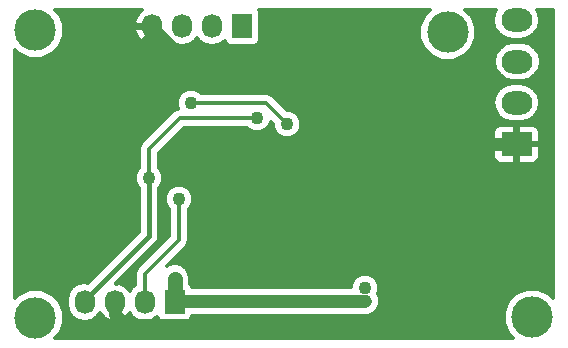
<source format=gbr>
G04 #@! TF.FileFunction,Copper,L2,Bot,Signal*
%FSLAX46Y46*%
G04 Gerber Fmt 4.6, Leading zero omitted, Abs format (unit mm)*
G04 Created by KiCad (PCBNEW 4.0.2-stable) date 7/4/2016 11:44:18 PM*
%MOMM*%
G01*
G04 APERTURE LIST*
%ADD10C,0.100000*%
%ADD11C,3.500000*%
%ADD12R,1.727200X2.032000*%
%ADD13O,1.727200X2.032000*%
%ADD14R,2.600000X2.000000*%
%ADD15O,2.600000X2.000000*%
%ADD16C,1.100000*%
%ADD17C,1.100000*%
%ADD18C,1.300000*%
%ADD19C,0.350000*%
%ADD20C,0.400000*%
%ADD21C,0.300000*%
G04 APERTURE END LIST*
D10*
D11*
X165100000Y-73152000D03*
X172267880Y-97289620D03*
X130200400Y-97320100D03*
D12*
X147701000Y-72656700D03*
D13*
X145161000Y-72656700D03*
X142621000Y-72656700D03*
X140081000Y-72656700D03*
D12*
X141986000Y-95999300D03*
D13*
X139446000Y-95999300D03*
X136906000Y-95999300D03*
X134366000Y-95999300D03*
D11*
X130200400Y-72976740D03*
D14*
X170932000Y-82636000D03*
D15*
X170942000Y-79136000D03*
X171012000Y-75636000D03*
X170932000Y-72136000D03*
D16*
X151231600Y-97993200D03*
X146050000Y-97955100D03*
X159918400Y-97967800D03*
X162204400Y-97993200D03*
X161086800Y-97967800D03*
X153035000Y-75628500D03*
X153035000Y-77127100D03*
X159943800Y-77076300D03*
X159931400Y-75628500D03*
X149987000Y-97955100D03*
X147447000Y-97955100D03*
X134353300Y-86791800D03*
X134289800Y-89141300D03*
X134315200Y-87922100D03*
X134340600Y-79340700D03*
X141996160Y-94025720D03*
X158089600Y-94792800D03*
X158140400Y-95935800D03*
X151511000Y-80937100D03*
X143383000Y-79159100D03*
X142367000Y-87287100D03*
X148971000Y-80429100D03*
X139827000Y-85509100D03*
D17*
X159943800Y-77076300D02*
X159943800Y-77854117D01*
X159943800Y-77854117D02*
X164725683Y-82636000D01*
X164725683Y-82636000D02*
X168532000Y-82636000D01*
X168532000Y-82636000D02*
X170932000Y-82636000D01*
X161086800Y-97967800D02*
X162179000Y-97967800D01*
X162179000Y-97967800D02*
X162204400Y-97993200D01*
X150777517Y-97967800D02*
X161086800Y-97967800D01*
X149987000Y-97955100D02*
X150764817Y-97955100D01*
X150764817Y-97955100D02*
X150777517Y-97967800D01*
X153035000Y-75628500D02*
X159931400Y-75628500D01*
X142900400Y-75628500D02*
X153035000Y-75628500D01*
X140081000Y-72809100D02*
X142900400Y-75628500D01*
X147447000Y-97955100D02*
X149987000Y-97955100D01*
X137795000Y-97955100D02*
X147447000Y-97955100D01*
X136906000Y-95999300D02*
X136906000Y-97066100D01*
X136906000Y-97066100D02*
X137795000Y-97955100D01*
X134289800Y-89141300D02*
X134289800Y-87947500D01*
X134289800Y-87947500D02*
X134315200Y-87922100D01*
X134340600Y-79340700D02*
X134340600Y-87896700D01*
X134340600Y-87896700D02*
X134315200Y-87922100D01*
X140081000Y-72656700D02*
X140081000Y-73600300D01*
X140081000Y-73600300D02*
X134340600Y-79340700D01*
X140081000Y-72656700D02*
X140081000Y-72809100D01*
D18*
X141996160Y-94025720D02*
X141996160Y-95989140D01*
X141996160Y-95989140D02*
X141986000Y-95999300D01*
D17*
X158140400Y-95935800D02*
X142049500Y-95935800D01*
X142049500Y-95935800D02*
X141986000Y-95999300D01*
X142062200Y-96075500D02*
X141986000Y-95999300D01*
D19*
X143383000Y-79159100D02*
X149733000Y-79159100D01*
X149733000Y-79159100D02*
X151511000Y-80937100D01*
X142367000Y-90716100D02*
X139446000Y-93637100D01*
X139446000Y-93637100D02*
X139446000Y-95999300D01*
X142367000Y-87287100D02*
X142367000Y-90716100D01*
X148971000Y-80429100D02*
X142455900Y-80429100D01*
X142455900Y-80429100D02*
X139827000Y-83058000D01*
X139827000Y-83058000D02*
X139827000Y-85509100D01*
D17*
X134366000Y-95999300D02*
X134366000Y-95846900D01*
D20*
X134366000Y-95846900D02*
X139827000Y-90385900D01*
X139827000Y-90385900D02*
X139827000Y-85509100D01*
D21*
G36*
X139146500Y-71300413D02*
X138756927Y-71749671D01*
X138568932Y-72313815D01*
X138722250Y-72552700D01*
X139977000Y-72552700D01*
X139977000Y-72532700D01*
X140185000Y-72532700D01*
X140185000Y-72552700D01*
X140205000Y-72552700D01*
X140205000Y-72760700D01*
X140185000Y-72760700D01*
X140185000Y-74162209D01*
X140421194Y-74292183D01*
X140483658Y-74278964D01*
X141015500Y-74012987D01*
X141350508Y-73626653D01*
X141545066Y-73917830D01*
X142038709Y-74247671D01*
X142621000Y-74363496D01*
X143203291Y-74247671D01*
X143696934Y-73917830D01*
X143891000Y-73627389D01*
X144085066Y-73917830D01*
X144578709Y-74247671D01*
X145161000Y-74363496D01*
X145743291Y-74247671D01*
X146220352Y-73928910D01*
X146356501Y-74140492D01*
X146576386Y-74290733D01*
X146837400Y-74343590D01*
X148564600Y-74343590D01*
X148808440Y-74297708D01*
X149032392Y-74153599D01*
X149182633Y-73933714D01*
X149235490Y-73672700D01*
X149235490Y-71640700D01*
X149189608Y-71396860D01*
X149099032Y-71256100D01*
X163590809Y-71256100D01*
X163059787Y-71786196D01*
X162692418Y-72670918D01*
X162691582Y-73628880D01*
X163057406Y-74514241D01*
X163734196Y-75192213D01*
X164618918Y-75559582D01*
X165576880Y-75560418D01*
X166462241Y-75194594D01*
X167140213Y-74517804D01*
X167507582Y-73633082D01*
X167508418Y-72675120D01*
X167142594Y-71789759D01*
X166609865Y-71256100D01*
X169225827Y-71256100D01*
X169061849Y-71501511D01*
X168935641Y-72136000D01*
X169061849Y-72770489D01*
X169421258Y-73308383D01*
X169959152Y-73667792D01*
X170593641Y-73794000D01*
X171270359Y-73794000D01*
X171904848Y-73667792D01*
X172442742Y-73308383D01*
X172802151Y-72770489D01*
X172928359Y-72136000D01*
X172802151Y-71501511D01*
X172638173Y-71256100D01*
X174031700Y-71256100D01*
X174031700Y-95648118D01*
X173633684Y-95249407D01*
X172748962Y-94882038D01*
X171791000Y-94881202D01*
X170905639Y-95247026D01*
X170227667Y-95923816D01*
X169860298Y-96808538D01*
X169859462Y-97766500D01*
X170225286Y-98651861D01*
X170610951Y-99038200D01*
X131887702Y-99038200D01*
X132240613Y-98685904D01*
X132607982Y-97801182D01*
X132608818Y-96843220D01*
X132242994Y-95957859D01*
X132099490Y-95814104D01*
X132844400Y-95814104D01*
X132844400Y-96184496D01*
X132960225Y-96766787D01*
X133290066Y-97260430D01*
X133783709Y-97590271D01*
X134366000Y-97706096D01*
X134948291Y-97590271D01*
X135441934Y-97260430D01*
X135636492Y-96969253D01*
X135971500Y-97355587D01*
X136503342Y-97621564D01*
X136565806Y-97634783D01*
X136802000Y-97504809D01*
X136802000Y-96103300D01*
X136782000Y-96103300D01*
X136782000Y-95895300D01*
X136802000Y-95895300D01*
X136802000Y-95875300D01*
X137010000Y-95875300D01*
X137010000Y-95895300D01*
X137030000Y-95895300D01*
X137030000Y-96103300D01*
X137010000Y-96103300D01*
X137010000Y-97504809D01*
X137246194Y-97634783D01*
X137308658Y-97621564D01*
X137840500Y-97355587D01*
X138175508Y-96969253D01*
X138370066Y-97260430D01*
X138863709Y-97590271D01*
X139446000Y-97706096D01*
X140028291Y-97590271D01*
X140505352Y-97271510D01*
X140641501Y-97483092D01*
X140861386Y-97633333D01*
X141122400Y-97686190D01*
X142849600Y-97686190D01*
X143093440Y-97640308D01*
X143317392Y-97496199D01*
X143467633Y-97276314D01*
X143494468Y-97143800D01*
X158139919Y-97143800D01*
X158379632Y-97144009D01*
X158823783Y-96960490D01*
X159163895Y-96620970D01*
X159348190Y-96177140D01*
X159348609Y-95696568D01*
X159185870Y-95302709D01*
X159297390Y-95034140D01*
X159297809Y-94553568D01*
X159114290Y-94109417D01*
X158774770Y-93769305D01*
X158330940Y-93585010D01*
X157850368Y-93584591D01*
X157406217Y-93768110D01*
X157066105Y-94107630D01*
X156881810Y-94551460D01*
X156881656Y-94727800D01*
X143467105Y-94727800D01*
X143330499Y-94515508D01*
X143304160Y-94497511D01*
X143304160Y-94025720D01*
X143204594Y-93525170D01*
X142921056Y-93100824D01*
X142496710Y-92817286D01*
X141996160Y-92717720D01*
X141495610Y-92817286D01*
X141339636Y-92921504D01*
X142956020Y-91305120D01*
X143136592Y-91034876D01*
X143200000Y-90716100D01*
X143200000Y-88162433D01*
X143390495Y-87972270D01*
X143574790Y-87528440D01*
X143575209Y-87047868D01*
X143391690Y-86603717D01*
X143052170Y-86263605D01*
X142608340Y-86079310D01*
X142127768Y-86078891D01*
X141683617Y-86262410D01*
X141343505Y-86601930D01*
X141159210Y-87045760D01*
X141158791Y-87526332D01*
X141342310Y-87970483D01*
X141534000Y-88162507D01*
X141534000Y-90371060D01*
X138856980Y-93048080D01*
X138676408Y-93318324D01*
X138676408Y-93318325D01*
X138613000Y-93637100D01*
X138613000Y-94575847D01*
X138370066Y-94738170D01*
X138175508Y-95029347D01*
X137840500Y-94643013D01*
X137308658Y-94377036D01*
X137246194Y-94363817D01*
X137010002Y-94493790D01*
X137010002Y-94416294D01*
X140433695Y-90992600D01*
X140433698Y-90992598D01*
X140619689Y-90714242D01*
X140685000Y-90385900D01*
X140685000Y-86359477D01*
X140850495Y-86194270D01*
X141034790Y-85750440D01*
X141035209Y-85269868D01*
X140851690Y-84825717D01*
X140660000Y-84633693D01*
X140660000Y-83403040D01*
X141158540Y-82904500D01*
X168974000Y-82904500D01*
X168974000Y-83766884D01*
X169074174Y-84008727D01*
X169259273Y-84193825D01*
X169501115Y-84294000D01*
X170663500Y-84294000D01*
X170828000Y-84129500D01*
X170828000Y-82740000D01*
X171036000Y-82740000D01*
X171036000Y-84129500D01*
X171200500Y-84294000D01*
X172362885Y-84294000D01*
X172604727Y-84193825D01*
X172789826Y-84008727D01*
X172890000Y-83766884D01*
X172890000Y-82904500D01*
X172725500Y-82740000D01*
X171036000Y-82740000D01*
X170828000Y-82740000D01*
X169138500Y-82740000D01*
X168974000Y-82904500D01*
X141158540Y-82904500D01*
X142800940Y-81262100D01*
X148095667Y-81262100D01*
X148285830Y-81452595D01*
X148729660Y-81636890D01*
X149210232Y-81637309D01*
X149654383Y-81453790D01*
X149994495Y-81114270D01*
X150145785Y-80749925D01*
X150303026Y-80907166D01*
X150302791Y-81176332D01*
X150486310Y-81620483D01*
X150825830Y-81960595D01*
X151269660Y-82144890D01*
X151750232Y-82145309D01*
X152194383Y-81961790D01*
X152534495Y-81622270D01*
X152583141Y-81505116D01*
X168974000Y-81505116D01*
X168974000Y-82367500D01*
X169138500Y-82532000D01*
X170828000Y-82532000D01*
X170828000Y-81142500D01*
X171036000Y-81142500D01*
X171036000Y-82532000D01*
X172725500Y-82532000D01*
X172890000Y-82367500D01*
X172890000Y-81505116D01*
X172789826Y-81263273D01*
X172604727Y-81078175D01*
X172362885Y-80978000D01*
X171200500Y-80978000D01*
X171036000Y-81142500D01*
X170828000Y-81142500D01*
X170663500Y-80978000D01*
X169501115Y-80978000D01*
X169259273Y-81078175D01*
X169074174Y-81263273D01*
X168974000Y-81505116D01*
X152583141Y-81505116D01*
X152718790Y-81178440D01*
X152719209Y-80697868D01*
X152535690Y-80253717D01*
X152196170Y-79913605D01*
X151752340Y-79729310D01*
X151481013Y-79729073D01*
X150887940Y-79136000D01*
X168945641Y-79136000D01*
X169071849Y-79770489D01*
X169431258Y-80308383D01*
X169969152Y-80667792D01*
X170603641Y-80794000D01*
X171280359Y-80794000D01*
X171914848Y-80667792D01*
X172452742Y-80308383D01*
X172812151Y-79770489D01*
X172938359Y-79136000D01*
X172812151Y-78501511D01*
X172452742Y-77963617D01*
X171914848Y-77604208D01*
X171280359Y-77478000D01*
X170603641Y-77478000D01*
X169969152Y-77604208D01*
X169431258Y-77963617D01*
X169071849Y-78501511D01*
X168945641Y-79136000D01*
X150887940Y-79136000D01*
X150322020Y-78570080D01*
X150051776Y-78389508D01*
X149733000Y-78326100D01*
X144258333Y-78326100D01*
X144068170Y-78135605D01*
X143624340Y-77951310D01*
X143143768Y-77950891D01*
X142699617Y-78134410D01*
X142359505Y-78473930D01*
X142175210Y-78917760D01*
X142174791Y-79398332D01*
X142271650Y-79632749D01*
X142137124Y-79659508D01*
X141866880Y-79840080D01*
X139237980Y-82468980D01*
X139057408Y-82739224D01*
X139057408Y-82739225D01*
X138994000Y-83058000D01*
X138994000Y-84633767D01*
X138803505Y-84823930D01*
X138619210Y-85267760D01*
X138618791Y-85748332D01*
X138802310Y-86192483D01*
X138969000Y-86359464D01*
X138969000Y-90030505D01*
X134650425Y-94349080D01*
X134366000Y-94292504D01*
X133783709Y-94408329D01*
X133290066Y-94738170D01*
X132960225Y-95231813D01*
X132844400Y-95814104D01*
X132099490Y-95814104D01*
X131566204Y-95279887D01*
X130681482Y-94912518D01*
X129723520Y-94911682D01*
X128838159Y-95277506D01*
X128495000Y-95620067D01*
X128495000Y-75636000D01*
X169015641Y-75636000D01*
X169141849Y-76270489D01*
X169501258Y-76808383D01*
X170039152Y-77167792D01*
X170673641Y-77294000D01*
X171350359Y-77294000D01*
X171984848Y-77167792D01*
X172522742Y-76808383D01*
X172882151Y-76270489D01*
X173008359Y-75636000D01*
X172882151Y-75001511D01*
X172522742Y-74463617D01*
X171984848Y-74104208D01*
X171350359Y-73978000D01*
X170673641Y-73978000D01*
X170039152Y-74104208D01*
X169501258Y-74463617D01*
X169141849Y-75001511D01*
X169015641Y-75636000D01*
X128495000Y-75636000D01*
X128495000Y-74676764D01*
X128834596Y-75016953D01*
X129719318Y-75384322D01*
X130677280Y-75385158D01*
X131562641Y-75019334D01*
X132240613Y-74342544D01*
X132607982Y-73457822D01*
X132608381Y-72999585D01*
X138568932Y-72999585D01*
X138756927Y-73563729D01*
X139146500Y-74012987D01*
X139678342Y-74278964D01*
X139740806Y-74292183D01*
X139977000Y-74162209D01*
X139977000Y-72760700D01*
X138722250Y-72760700D01*
X138568932Y-72999585D01*
X132608381Y-72999585D01*
X132608818Y-72499860D01*
X132242994Y-71614499D01*
X131885220Y-71256100D01*
X139235107Y-71256100D01*
X139146500Y-71300413D01*
X139146500Y-71300413D01*
G37*
X139146500Y-71300413D02*
X138756927Y-71749671D01*
X138568932Y-72313815D01*
X138722250Y-72552700D01*
X139977000Y-72552700D01*
X139977000Y-72532700D01*
X140185000Y-72532700D01*
X140185000Y-72552700D01*
X140205000Y-72552700D01*
X140205000Y-72760700D01*
X140185000Y-72760700D01*
X140185000Y-74162209D01*
X140421194Y-74292183D01*
X140483658Y-74278964D01*
X141015500Y-74012987D01*
X141350508Y-73626653D01*
X141545066Y-73917830D01*
X142038709Y-74247671D01*
X142621000Y-74363496D01*
X143203291Y-74247671D01*
X143696934Y-73917830D01*
X143891000Y-73627389D01*
X144085066Y-73917830D01*
X144578709Y-74247671D01*
X145161000Y-74363496D01*
X145743291Y-74247671D01*
X146220352Y-73928910D01*
X146356501Y-74140492D01*
X146576386Y-74290733D01*
X146837400Y-74343590D01*
X148564600Y-74343590D01*
X148808440Y-74297708D01*
X149032392Y-74153599D01*
X149182633Y-73933714D01*
X149235490Y-73672700D01*
X149235490Y-71640700D01*
X149189608Y-71396860D01*
X149099032Y-71256100D01*
X163590809Y-71256100D01*
X163059787Y-71786196D01*
X162692418Y-72670918D01*
X162691582Y-73628880D01*
X163057406Y-74514241D01*
X163734196Y-75192213D01*
X164618918Y-75559582D01*
X165576880Y-75560418D01*
X166462241Y-75194594D01*
X167140213Y-74517804D01*
X167507582Y-73633082D01*
X167508418Y-72675120D01*
X167142594Y-71789759D01*
X166609865Y-71256100D01*
X169225827Y-71256100D01*
X169061849Y-71501511D01*
X168935641Y-72136000D01*
X169061849Y-72770489D01*
X169421258Y-73308383D01*
X169959152Y-73667792D01*
X170593641Y-73794000D01*
X171270359Y-73794000D01*
X171904848Y-73667792D01*
X172442742Y-73308383D01*
X172802151Y-72770489D01*
X172928359Y-72136000D01*
X172802151Y-71501511D01*
X172638173Y-71256100D01*
X174031700Y-71256100D01*
X174031700Y-95648118D01*
X173633684Y-95249407D01*
X172748962Y-94882038D01*
X171791000Y-94881202D01*
X170905639Y-95247026D01*
X170227667Y-95923816D01*
X169860298Y-96808538D01*
X169859462Y-97766500D01*
X170225286Y-98651861D01*
X170610951Y-99038200D01*
X131887702Y-99038200D01*
X132240613Y-98685904D01*
X132607982Y-97801182D01*
X132608818Y-96843220D01*
X132242994Y-95957859D01*
X132099490Y-95814104D01*
X132844400Y-95814104D01*
X132844400Y-96184496D01*
X132960225Y-96766787D01*
X133290066Y-97260430D01*
X133783709Y-97590271D01*
X134366000Y-97706096D01*
X134948291Y-97590271D01*
X135441934Y-97260430D01*
X135636492Y-96969253D01*
X135971500Y-97355587D01*
X136503342Y-97621564D01*
X136565806Y-97634783D01*
X136802000Y-97504809D01*
X136802000Y-96103300D01*
X136782000Y-96103300D01*
X136782000Y-95895300D01*
X136802000Y-95895300D01*
X136802000Y-95875300D01*
X137010000Y-95875300D01*
X137010000Y-95895300D01*
X137030000Y-95895300D01*
X137030000Y-96103300D01*
X137010000Y-96103300D01*
X137010000Y-97504809D01*
X137246194Y-97634783D01*
X137308658Y-97621564D01*
X137840500Y-97355587D01*
X138175508Y-96969253D01*
X138370066Y-97260430D01*
X138863709Y-97590271D01*
X139446000Y-97706096D01*
X140028291Y-97590271D01*
X140505352Y-97271510D01*
X140641501Y-97483092D01*
X140861386Y-97633333D01*
X141122400Y-97686190D01*
X142849600Y-97686190D01*
X143093440Y-97640308D01*
X143317392Y-97496199D01*
X143467633Y-97276314D01*
X143494468Y-97143800D01*
X158139919Y-97143800D01*
X158379632Y-97144009D01*
X158823783Y-96960490D01*
X159163895Y-96620970D01*
X159348190Y-96177140D01*
X159348609Y-95696568D01*
X159185870Y-95302709D01*
X159297390Y-95034140D01*
X159297809Y-94553568D01*
X159114290Y-94109417D01*
X158774770Y-93769305D01*
X158330940Y-93585010D01*
X157850368Y-93584591D01*
X157406217Y-93768110D01*
X157066105Y-94107630D01*
X156881810Y-94551460D01*
X156881656Y-94727800D01*
X143467105Y-94727800D01*
X143330499Y-94515508D01*
X143304160Y-94497511D01*
X143304160Y-94025720D01*
X143204594Y-93525170D01*
X142921056Y-93100824D01*
X142496710Y-92817286D01*
X141996160Y-92717720D01*
X141495610Y-92817286D01*
X141339636Y-92921504D01*
X142956020Y-91305120D01*
X143136592Y-91034876D01*
X143200000Y-90716100D01*
X143200000Y-88162433D01*
X143390495Y-87972270D01*
X143574790Y-87528440D01*
X143575209Y-87047868D01*
X143391690Y-86603717D01*
X143052170Y-86263605D01*
X142608340Y-86079310D01*
X142127768Y-86078891D01*
X141683617Y-86262410D01*
X141343505Y-86601930D01*
X141159210Y-87045760D01*
X141158791Y-87526332D01*
X141342310Y-87970483D01*
X141534000Y-88162507D01*
X141534000Y-90371060D01*
X138856980Y-93048080D01*
X138676408Y-93318324D01*
X138676408Y-93318325D01*
X138613000Y-93637100D01*
X138613000Y-94575847D01*
X138370066Y-94738170D01*
X138175508Y-95029347D01*
X137840500Y-94643013D01*
X137308658Y-94377036D01*
X137246194Y-94363817D01*
X137010002Y-94493790D01*
X137010002Y-94416294D01*
X140433695Y-90992600D01*
X140433698Y-90992598D01*
X140619689Y-90714242D01*
X140685000Y-90385900D01*
X140685000Y-86359477D01*
X140850495Y-86194270D01*
X141034790Y-85750440D01*
X141035209Y-85269868D01*
X140851690Y-84825717D01*
X140660000Y-84633693D01*
X140660000Y-83403040D01*
X141158540Y-82904500D01*
X168974000Y-82904500D01*
X168974000Y-83766884D01*
X169074174Y-84008727D01*
X169259273Y-84193825D01*
X169501115Y-84294000D01*
X170663500Y-84294000D01*
X170828000Y-84129500D01*
X170828000Y-82740000D01*
X171036000Y-82740000D01*
X171036000Y-84129500D01*
X171200500Y-84294000D01*
X172362885Y-84294000D01*
X172604727Y-84193825D01*
X172789826Y-84008727D01*
X172890000Y-83766884D01*
X172890000Y-82904500D01*
X172725500Y-82740000D01*
X171036000Y-82740000D01*
X170828000Y-82740000D01*
X169138500Y-82740000D01*
X168974000Y-82904500D01*
X141158540Y-82904500D01*
X142800940Y-81262100D01*
X148095667Y-81262100D01*
X148285830Y-81452595D01*
X148729660Y-81636890D01*
X149210232Y-81637309D01*
X149654383Y-81453790D01*
X149994495Y-81114270D01*
X150145785Y-80749925D01*
X150303026Y-80907166D01*
X150302791Y-81176332D01*
X150486310Y-81620483D01*
X150825830Y-81960595D01*
X151269660Y-82144890D01*
X151750232Y-82145309D01*
X152194383Y-81961790D01*
X152534495Y-81622270D01*
X152583141Y-81505116D01*
X168974000Y-81505116D01*
X168974000Y-82367500D01*
X169138500Y-82532000D01*
X170828000Y-82532000D01*
X170828000Y-81142500D01*
X171036000Y-81142500D01*
X171036000Y-82532000D01*
X172725500Y-82532000D01*
X172890000Y-82367500D01*
X172890000Y-81505116D01*
X172789826Y-81263273D01*
X172604727Y-81078175D01*
X172362885Y-80978000D01*
X171200500Y-80978000D01*
X171036000Y-81142500D01*
X170828000Y-81142500D01*
X170663500Y-80978000D01*
X169501115Y-80978000D01*
X169259273Y-81078175D01*
X169074174Y-81263273D01*
X168974000Y-81505116D01*
X152583141Y-81505116D01*
X152718790Y-81178440D01*
X152719209Y-80697868D01*
X152535690Y-80253717D01*
X152196170Y-79913605D01*
X151752340Y-79729310D01*
X151481013Y-79729073D01*
X150887940Y-79136000D01*
X168945641Y-79136000D01*
X169071849Y-79770489D01*
X169431258Y-80308383D01*
X169969152Y-80667792D01*
X170603641Y-80794000D01*
X171280359Y-80794000D01*
X171914848Y-80667792D01*
X172452742Y-80308383D01*
X172812151Y-79770489D01*
X172938359Y-79136000D01*
X172812151Y-78501511D01*
X172452742Y-77963617D01*
X171914848Y-77604208D01*
X171280359Y-77478000D01*
X170603641Y-77478000D01*
X169969152Y-77604208D01*
X169431258Y-77963617D01*
X169071849Y-78501511D01*
X168945641Y-79136000D01*
X150887940Y-79136000D01*
X150322020Y-78570080D01*
X150051776Y-78389508D01*
X149733000Y-78326100D01*
X144258333Y-78326100D01*
X144068170Y-78135605D01*
X143624340Y-77951310D01*
X143143768Y-77950891D01*
X142699617Y-78134410D01*
X142359505Y-78473930D01*
X142175210Y-78917760D01*
X142174791Y-79398332D01*
X142271650Y-79632749D01*
X142137124Y-79659508D01*
X141866880Y-79840080D01*
X139237980Y-82468980D01*
X139057408Y-82739224D01*
X139057408Y-82739225D01*
X138994000Y-83058000D01*
X138994000Y-84633767D01*
X138803505Y-84823930D01*
X138619210Y-85267760D01*
X138618791Y-85748332D01*
X138802310Y-86192483D01*
X138969000Y-86359464D01*
X138969000Y-90030505D01*
X134650425Y-94349080D01*
X134366000Y-94292504D01*
X133783709Y-94408329D01*
X133290066Y-94738170D01*
X132960225Y-95231813D01*
X132844400Y-95814104D01*
X132099490Y-95814104D01*
X131566204Y-95279887D01*
X130681482Y-94912518D01*
X129723520Y-94911682D01*
X128838159Y-95277506D01*
X128495000Y-95620067D01*
X128495000Y-75636000D01*
X169015641Y-75636000D01*
X169141849Y-76270489D01*
X169501258Y-76808383D01*
X170039152Y-77167792D01*
X170673641Y-77294000D01*
X171350359Y-77294000D01*
X171984848Y-77167792D01*
X172522742Y-76808383D01*
X172882151Y-76270489D01*
X173008359Y-75636000D01*
X172882151Y-75001511D01*
X172522742Y-74463617D01*
X171984848Y-74104208D01*
X171350359Y-73978000D01*
X170673641Y-73978000D01*
X170039152Y-74104208D01*
X169501258Y-74463617D01*
X169141849Y-75001511D01*
X169015641Y-75636000D01*
X128495000Y-75636000D01*
X128495000Y-74676764D01*
X128834596Y-75016953D01*
X129719318Y-75384322D01*
X130677280Y-75385158D01*
X131562641Y-75019334D01*
X132240613Y-74342544D01*
X132607982Y-73457822D01*
X132608381Y-72999585D01*
X138568932Y-72999585D01*
X138756927Y-73563729D01*
X139146500Y-74012987D01*
X139678342Y-74278964D01*
X139740806Y-74292183D01*
X139977000Y-74162209D01*
X139977000Y-72760700D01*
X138722250Y-72760700D01*
X138568932Y-72999585D01*
X132608381Y-72999585D01*
X132608818Y-72499860D01*
X132242994Y-71614499D01*
X131885220Y-71256100D01*
X139235107Y-71256100D01*
X139146500Y-71300413D01*
M02*

</source>
